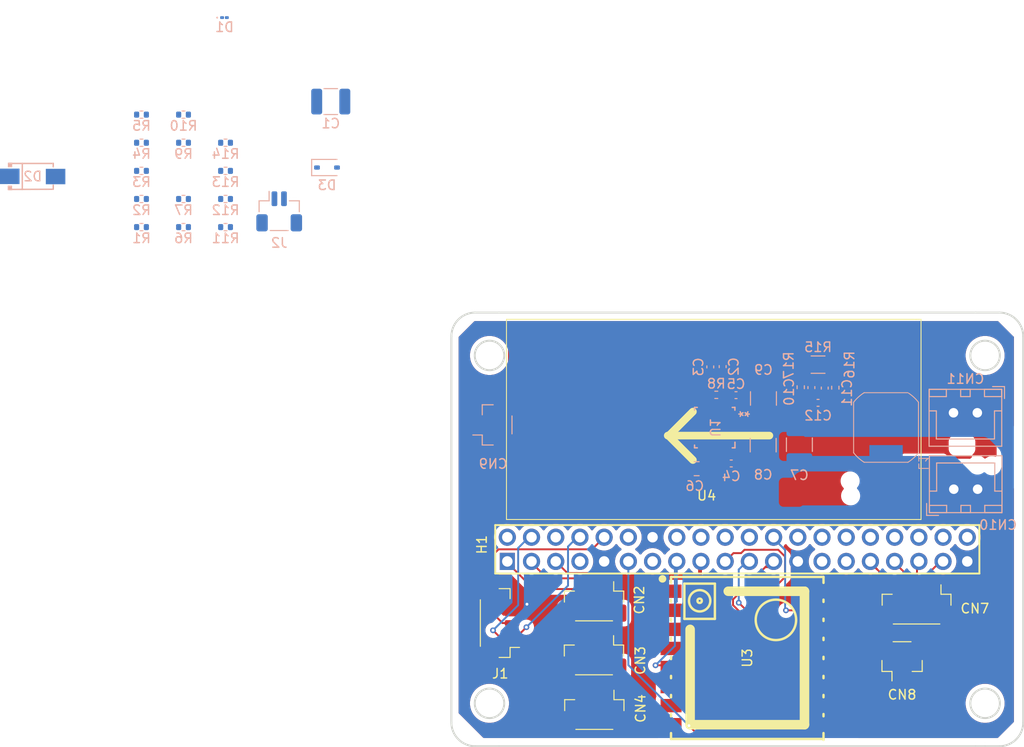
<source format=kicad_pcb>
(kicad_pcb (version 20241229) (generator "pcbnew") (generator_version "9.0")
  (layers (0 "F.Cu" signal "Top Layer") (2 "B.Cu" signal "Bottom Layer") (13 "F.Paste" user "Top Paste Mask Layer") (15 "B.Paste" user "Bottom Paste Mask Layer") (5 "F.SilkS" user "Top Silkscreen Layer") (7 "B.SilkS" user "Bottom Silkscreen Layer") (1 "F.Mask" user "Top Solder Mask Layer") (3 "B.Mask" user "Bottom Solder Mask Layer") (25 "Edge.Cuts" user "Multi-Layer"))
  (net 0 "")
  (net 1 "BATT-")
  (net 2 "Net-(J1-Pin_1)")
  (net 3 "Net-(CN2-Pad2)")
  (net 4 "Net-(CN2-Pad3)")
  (net 5 "Net-(CN7-Pad4)")
  (net 6 "Net-(CN7-Pad5)")
  (net 7 "Net-(CN7-Pad3)")
  (net 8 "Net-(CN7-Pad2)")
  (net 9 "Net-(CN8-Pad2)")
  (net 10 "PULLUP")
  (net 11 "BATT+")
  (net 12 "CSINN")
  (net 13 "Net-(J1-Pin_3)")
  (net 14 "Net-(J1-Pin_2)")
  (net 15 "Net-(D2-K)")
  (net 24 "Net-(U3-MOSI)")
  (net 25 "Net-(U3-NSS)")
  (net 30 "Net-(U3-DIO0)")
  (net 31 "Net-(U3-SCK)")
  (net 34 "SYS")
  (net 35 "Net-(U3-MISO)")
  (net 36 "Net-(CN2-Pad4)")
  (net 37 "Net-(U3-3.3V)")
  (net 50 "STAT")
  (net 51 "CHGIN")
  (net 52 "Net-(U1-VSET)")
  (net 53 "Net-(U1-BST2)")
  (net 54 "Net-(U1-OTGEN)")
  (net 55 "Net-(U1-SDA)")
  (net 56 "Net-(U1-CNFG)")
  (net 57 "Net-(U1-INTB)")
  (net 58 "Net-(U1-INOKB)")
  (net 59 "Net-(U1-LX2)")
  (net 60 "Net-(U1-SCL)")
  (net 61 "Net-(J2-Pin_2)")
  (net 62 "Net-(U1-INLIM)")
  (net 63 "Net-(U1-LX1)")
  (net 64 "Net-(U1-DISQBAT)")
  (net 65 "Net-(D3-K)")
  (net 66 "Net-(U1-STBY)")
  (net 67 "Net-(U1-ITO)")
  (net 68 "Net-(U1-BST1)")
  (net 69 "CSINP")
  (net 70 "Net-(U1-ISET)")
  (net 71 "Net-(D1-K)")
  (net 72 "Net-(U4-OUT+)")
  (net 73 "Net-(CN11-Pad2)")
  (net 74 "PGND")
  (footprint "Connector_JST:JST_SH_BM04B-SRSS-TB_1x04-1MP_P1.00mm_Vertical" (layer "F.Cu") (at 137.24 116.925 180)
    (property "Reference" "CN4")
    (property "Value" "B04B-XNISK-A-1(LF)(SN)")
  )
  (footprint "Connector_JST:JST_SH_BM04B-SRSS-TB_1x04-1MP_P1.00mm_Vertical" (layer "F.Cu") (at 137.21 105.535 180)
    (property "Reference" "CN2")
    (property "Value" "B04B-XNISK-A-1(LF)(SN)")
  )
  (footprint "Connector_JST:JST_SH_BM05B-SRSS-TB_1x05-1MP_P1.00mm_Vertical" (layer "F.Cu") (at 127.29 107.775 90)
    (property "Reference" "J1")
    (property "Value" "Conn_01x05_Pin")
  )
  (footprint "ProDoc_Board1_2025-09-03:HDR-TH_40P-P2.54-V-M-R2-C20-S2.54" (layer "F.Cu") (at 152.24 100.04)
    (property "Reference" "H1")
    (property "Value" "2.54mm 2*20P直排针")
  )
  (footprint "Connector_JST:JST_SH_BM05B-SRSS-TB_1x05-1MP_P1.00mm_Vertical" (layer "F.Cu") (at 171.05 105.865 180)
    (property "Reference" "CN7")
    (property "Value" "XH2.54-5PIN")
  )
  (footprint "ProDoc_Board1_2025-09-03:COMM-SMD_MINI5605V5A" (layer "F.Cu") (at 156.02 87.91 180)
    (property "Reference" "U4")
    (property "Value" "XL 4005" (hide yes))
  )
  (footprint "Connector_JST:JST_SH_BM02B-SRSS-TB_1x02-1MP_P1.00mm_Vertical" (layer "F.Cu") (at 169.53 111.745)
    (property "Reference" "CN8")
    (property "Value" "A2502-WV02")
  )
  (footprint "Connector_JST:JST_SH_BM04B-SRSS-TB_1x04-1MP_P1.00mm_Vertical" (layer "F.Cu") (at 137.2 111.195 180)
    (property "Reference" "CN3")
    (property "Value" "B04B-XNISK-A-1(LF)(SN)")
  )
  (footprint "ProDoc_Board1_2025-09-03:WIRELM-SMD_RA-02-BL" (layer "F.Cu") (at 153.29 111.44 -90)
    (property "Reference" "U3")
    (property "Value" "Ra-02")
  )
  (footprint "Capacitor_SMD:C_1210_3225Metric" (layer "B.Cu") (at 109.585 53.06175)
    (property "Reference" "C1")
    (property "Value" "C_STAT")
  )
  (footprint "Diode_SMD:D_01005_0402Metric" (layer "B.Cu") (at 98.43 44.25175)
    (property "Reference" "D1")
    (property "Value" "LED")
  )
  (footprint "Resistor_SMD:R_0402_1005Metric" (layer "B.Cu") (at 89.725 66.23175)
    (property "Reference" "R1")
    (property "Value" "R_OTGEN")
  )
  (footprint "Resistor_SMD:R_0402_1005Metric" (layer "B.Cu") (at 98.545 66.23175)
    (property "Reference" "R11")
    (property "Value" "R_VSET")
  )
  (footprint "Capacitor_SMD:C_0402_1005Metric" (layer "B.Cu") (at 150.705 80.87175 90)
    (property "Reference" "C2")
    (property "Value" "C_PVL")
  )
  (footprint "Capacitor_SMD:C_1210_3225Metric" (layer "B.Cu") (at 154.955 89.11175 90)
    (property "Reference" "C8")
    (property "Value" "C_OUT2")
  )
  (footprint "Capacitor_SMD:C_0805_2012Metric" (layer "B.Cu") (at 147.975 91.58175 180)
    (property "Reference" "C6")
    (property "Value" "C_BATT")
  )
  (footprint "ProDoc_Board1_2025-09-03:MAX77961" (layer "B.Cu") (at 149.875199 87.271451 90)
    (property "Reference" "U1")
    (property "Value" "MAX77961EFV06+")
  )
  (footprint "Capacitor_SMD:C_0402_1005Metric" (layer "B.Cu") (at 160.015 83.07175 90)
    (property "Reference" "C10")
    (property "Value" "C_CSINN")
  )
  (footprint "Resistor_SMD:R_0402_1005Metric" (layer "B.Cu") (at 94.135 54.43175)
    (property "Reference" "R10")
    (property "Value" "R_ITO")
  )
  (footprint "Connector_JST:JST_SH_BM02B-SRSS-TB_1x02-1MP_P1.00mm_Vertical" (layer "B.Cu") (at 104.175 64.58175)
    (property "Reference" "J2")
    (property "Value" "Conn_01x02_Pin")
  )
  (footprint "Resistor_SMD:R_0402_1005Metric" (layer "B.Cu") (at 150.035 83.83175 180)
    (property "Reference" "R8")
    (property "Value" "R_PVL")
  )
  (footprint "Capacitor_SMD:C_0402_1005Metric" (layer "B.Cu") (at 160.715 84.67175 180)
    (property "Reference" "C12")
    (property "Value" "C_DIFF")
  )
  (footprint "Resistor_SMD:R_0402_1005Metric" (layer "B.Cu") (at 98.545 60.33175)
    (property "Reference" "R13")
    (property "Value" "R_SDA")
  )
  (footprint "Resistor_SMD:R_0402_1005Metric" (layer "B.Cu") (at 94.135 63.28175)
    (property "Reference" "R7")
    (property "Value" "R_STAT")
  )
  (footprint "Resistor_SMD:R_0402_1005Metric" (layer "B.Cu") (at 94.135 57.38175)
    (property "Reference" "R9")
    (property "Value" "R_INLIM")
  )
  (footprint "Capacitor_SMD:C_1210_3225Metric" (layer "B.Cu") (at 158.755 89.06175 90)
    (property "Reference" "C7")
    (property "Value" "C_OUT1")
  )
  (footprint "Capacitor_SMD:C_0402_1005Metric" (layer "B.Cu") (at 149.405 80.90175 90)
    (property "Reference" "C3")
    (property "Value" "C_AVL")
  )
  (footprint "Capacitor_SMD:C_0402_1005Metric" (layer "B.Cu") (at 161.415 83.12175 -90)
    (property "Reference" "C11")
    (property "Value" "C_CINP")
  )
  (footprint "ProDoc_Board1_2025-09-03:CMLE063T-2R2MS" (layer "B.Cu") (at 171.245 90.90675 90)
    (property "Reference" "L1")
    (property "Value" "L")
  )
  (footprint "Capacitor_SMD:C_0402_1005Metric" (layer "B.Cu") (at 152.105 83.86175 180)
    (property "Reference" "C5")
    (property "Value" "C_BST1")
  )
  (footprint "Resistor_SMD:R_0402_1005Metric" (layer "B.Cu") (at 89.725 63.28175)
    (property "Reference" "R2")
    (property "Value" "R_DISQBAT")
  )
  (footprint "Resistor_SMD:R_0402_1005Metric" (layer "B.Cu") (at 158.895 83.03175 90)
    (property "Reference" "R17")
    (property "Value" "R_CINN")
  )
  (footprint "Capacitor_SMD:C_0402_1005Metric" (layer "B.Cu") (at 151.605 91.03175 180)
    (property "Reference" "C4")
    (property "Value" "C_BST2")
  )
  (footprint "Capacitor_SMD:C_1210_3225Metric" (layer "B.Cu") (at 154.985 84.21175 -90)
    (property "Reference" "C9")
    (property "Value" "C_CHGIN")
  )
  (footprint "Resistor_SMD:R_0402_1005Metric" (layer "B.Cu") (at 89.725 57.38175)
    (property "Reference" "R4")
    (property "Value" "R_TB")
  )
  (footprint "Resistor_SMD:R_0402_1005Metric" (layer "B.Cu") (at 94.135 66.23175)
    (property "Reference" "R6")
    (property "Value" "R_INOKB")
  )
  (footprint "Resistor_SMD:R_0402_1005Metric" (layer "B.Cu") (at 98.545 57.38175)
    (property "Reference" "R14")
    (property "Value" "R_SCL")
  )
  (footprint "Diode_SMD:D_SOD-323" (layer "B.Cu") (at 109.19 59.98175)
    (property "Reference" "D3")
    (property "Value" "D_Schottky_Small")
  )
  (footprint "Resistor_SMD:R_0402_1005Metric" (layer "B.Cu") (at 162.525 83.08175 90)
    (property "Reference" "R16")
    (property "Value" "R_CSINP")
  )
  (footprint "Connector_JST:JST_XH_B2B-XH-A_1x02_P2.50mm_Vertical" (layer "B.Cu") (at 174.955 93.73175)
    (property "Reference" "CN10")
    (property "Value" "BATT")
  )
  (footprint "Resistor_SMD:R_0402_1005Metric" (layer "B.Cu") (at 89.725 54.43175)
    (property "Reference" "R5")
    (property "Value" "R_ISET")
  )
  (footprint "Resistor_SMD:R_1206_3216Metric" (layer "B.Cu") (at 160.715 80.66175 180)
    (property "Reference" "R15")
    (property "Value" "R_SENSE")
  )
  (footprint "Connector_JST:JST_XH_B2B-XH-A_1x02_P2.50mm_Vertical" (layer "B.Cu") (at 177.425 85.715 180)
    (property "Reference" "CN11")
    (property "Value" "CHGIN")
  )
  (footprint "Resistor_SMD:R_0402_1005Metric" (layer "B.Cu") (at 98.545 63.28175)
    (property "Reference" "R12")
    (property "Value" "R_INTB")
  )
  (footprint "Connector_JST:JST_SH_BM02B-SRSS-TB_1x02-1MP_P1.00mm_Vertical" (layer "B.Cu") (at 126.59 86.985 90)
    (property "Reference" "CN9")
    (property "Value" "A2502-WV02")
  )
  (footprint "Resistor_SMD:R_0402_1005Metric" (layer "B.Cu") (at 89.725 60.33175)
    (property "Reference" "R3")
    (property "Value" "R_STBY")
  )
  (footprint "ProDoc_Board1_2025-09-03:SMA_L4.3-W2.6-LS5.0-RD" (layer "B.Cu") (at 78.30725 60.91675)
    (property "Reference" "D2")
    (property "Value" "SS510")
  )
  (gr_line (start 127.240002 75.199999) (end 124.740001 75.199999) (stroke (width 0.2)) (layer "Edge.Cuts"))
  (gr_circle (center 126.239998 79.7) (end 127.789998 79.7) (stroke (width 0.2)) (fill no) (layer "Edge.Cuts"))
  (gr_line (start 179.740002 75.199999) (end 177.240001 75.199999) (stroke (width 0.2)) (layer "Edge.Cuts"))
  (gr_line (start 122.24 77.699998) (end 122.24 118.199997) (stroke (width 0.2)) (layer "Edge.Cuts"))
  (gr_line (start 124.739998 120.699998) (end 127.240002 120.699999) (stroke (width 0.2)) (layer "Edge.Cuts"))
  (gr_arc (start 124.739998 120.699998) (mid 122.972232 119.967764) (end 122.24 118.199997) (stroke (width 0.2)) (layer "Edge.Cuts"))
  (gr_circle (center 178.240004 116.199999) (end 179.790004 116.199999) (stroke (width 0.2)) (fill no) (layer "Edge.Cuts"))
  (gr_line (start 182.240002 118.199999) (end 182.240002 77.699999) (stroke (width 0.2)) (layer "Edge.Cuts"))
  (gr_circle (center 126.239998 116.199999) (end 127.789998 116.199999) (stroke (width 0.2)) (fill no) (layer "Edge.Cuts"))
  (gr_line (start 127.240002 120.699999) (end 177.240001 120.699999) (stroke (width 0.2)) (layer "Edge.Cuts"))
  (gr_arc (start 122.24 77.699998) (mid 122.972234 75.932231) (end 124.740001 75.199999) (stroke (width 0.2)) (layer "Edge.Cuts"))
  (gr_arc (start 179.740002 75.199999) (mid 181.507769 75.932232) (end 182.240002 77.699999) (stroke (width 0.2)) (layer "Edge.Cuts"))
  (gr_line (start 178.240004 120.699999) (end 179.740003 120.699999) (stroke (width 0.2)) (layer "Edge.Cuts"))
  (gr_line (start 177.240001 75.199999) (end 127.240002 75.199999) (stroke (width 0.2)) (layer "Edge.Cuts"))
  (gr_circle (center 178.240004 79.7) (end 179.790004 79.7) (stroke (width 0.2)) (fill no) (layer "Edge.Cuts"))
  (gr_line (start 177.240001 120.699999) (end 178.240004 120.699999) (stroke (width 0.2)) (layer "Edge.Cuts"))
  (gr_arc (start 182.240002 118.199999) (mid 181.507769 119.967766) (end 179.740003 120.699999) (stroke (width 0.2)) (layer "Edge.Cuts"))
  (via (at 130.17 105.8) (size 0.6) (drill 0.3) (layers "F.Cu" "B.Cu") (net 1))
  (segment (start 128.615 109.775) (end 127.845 109.775) (width 0.2) (layer "F.Cu") (net 2))
  (segment (start 127.845 109.775) (end 126.61 108.54) (width 0.2) (layer "F.Cu") (net 2))
  (via (at 126.61 108.54) (size 0.6) (drill 0.3) (layers "F.Cu" "B.Cu") (net 2))
  (segment (start 130.52 98.77) (end 130.45 98.7) (width 0.2) (layer "B.Cu") (net 2))
  (segment (start 129.249 99.901) (end 129.249 105.901) (width 0.2) (layer "B.Cu") (net 2))
  (segment (start 129.249 105.901) (end 126.61 108.54) (width 0.2) (layer "B.Cu") (net 2))
  (segment (start 130.65 98.77) (end 130.52 98.77) (width 0.2) (layer "B.Cu") (net 2))
  (segment (start 130.45 98.7) (end 129.249 99.901) (width 0.2) (layer "B.Cu") (net 2))
  (segment (start 134.4068 102.5268) (end 133.19 101.31) (width 0.2) (layer "F.Cu") (net 3))
  (segment (start 137.71 104.21) (end 137.71 103.8763) (width 0.2) (layer "F.Cu") (net 3))
  (segment (start 137.71 103.672) (end 136.5648 102.5268) (width 0.2) (layer "F.Cu") (net 3))
  (segment (start 137.71 109.87) (end 137.74 109.9) (width 0.2) (layer "F.Cu") (net 3))
  (segment (start 137.71 104.21) (end 137.71 103.8763) (width 0.2) (layer "F.Cu") (net 3))
  (segment (start 136.5648 102.5268) (end 134.4068 102.5268) (width 0.2) (layer "F.Cu") (net 3))
  (segment (start 137.7 109.87) (end 137.71 109.87) (width 0.2) (layer "F.Cu") (net 3))
  (segment (start 137.71 109.87) (end 137.71 104.21) (width 0.2) (layer "F.Cu") (net 3))
  (segment (start 137.71 103.793) (end 137.71 103.672) (width 0.2) (layer "F.Cu") (net 3))
  (segment (start 137.74 109.9) (end 137.74 115.6) (width 0.2) (layer "F.Cu") (net 3))
  (segment (start 137.71 103.8763) (end 137.71 103.793) (width 0.2) (layer "F.Cu") (net 3))
  (segment (start 137.71 103.8763) (end 137.71 103.793) (width 0.2) (layer "F.Cu") (net 3))
  (segment (start 136.71 104.21) (end 136.71 103.7638) (width 0.2) (layer "F.Cu") (net 4))
  (segment (start 132.2928 103.0828) (end 131.651 102.441) (width 0.2) (layer "F.Cu") (net 4))
  (segment (start 136.71 109.87) (end 136.74 109.9) (width 0.2) (layer "F.Cu") (net 4))
  (segment (start 131.651 102.441) (end 131.0505 101.8405) (width 0.2) (layer "F.Cu") (net 4))
  (segment (start 136.71 109.87) (end 136.71 106.9703) (width 0.2) (layer "F.Cu") (net 4))
  (segment (start 136.7 109.87) (end 136.71 109.87) (width 0.2) (layer "F.Cu") (net 4))
  (segment (start 136.71 105.5901) (end 136.71 104.21) (width 0.2) (layer "F.Cu") (net 4))
  (segment (start 136.74 109.9) (end 136.74 115.6) (width 0.2) (layer "F.Cu") (net 4))
  (segment (start 136.71 103.7638) (end 136.029 103.0828) (width 0.2) (layer "F.Cu") (net 4))
  (segment (start 131.0505 101.8405) (end 130.65 101.44) (width 0.2) (layer "F.Cu") (net 4))
  (segment (start 136.71 106.9703) (end 136.71 105.5901) (width 0.2) (layer "F.Cu") (net 4))
  (segment (start 136.029 103.0828) (end 132.2928 103.0828) (width 0.2) (layer "F.Cu") (net 4))
  (segment (start 130.65 101.44) (end 130.65 101.31) (width 0.2) (layer "F.Cu") (net 4))
  (segment (start 131.0505 101.8405) (end 130.45 101.24) (width 0.2) (layer "F.Cu") (net 4))
  (segment (start 169.3 101.99) (end 168.75 101.44) (width 0.2) (layer "F.Cu") (net 5))
  (segment (start 168.55 101.24) (end 169.3 101.99) (width 0.2) (layer "F.Cu") (net 5))
  (segment (start 169.3 101.99) (end 170.05 102.74) (width 0.2) (layer "F.Cu") (net 5))
  (segment (start 168.75 101.44) (end 168.75 101.31) (width 0.2) (layer "F.Cu") (net 5))
  (segment (start 170.05 102.74) (end 170.05 104.54) (width 0.2) (layer "F.Cu") (net 5))
  (segment (start 169.05 104.28) (end 169.05 104.54) (width 0.2) (layer "F.Cu") (net 6))
  (segment (start 166.21 101.44) (end 166.21 101.31) (width 0.2) (layer "F.Cu") (net 6))
  (segment (start 166.88 102.11) (end 169.05 104.28) (width 0.2) (layer "F.Cu") (net 6))
  (segment (start 166.88 102.11) (end 166.21 101.44) (width 0.2) (layer "F.Cu") (net 6))
  (segment (start 166.01 101.24) (end 166.88 102.11) (width 0.2) (layer "F.Cu") (net 6))
  (segment (start 171.09 102.3686) (end 171.09 101.51) (width 0.2) (layer "F.Cu") (net 7))
  (segment (start 171.09 101.24) (end 171.09 102.3686) (width 0.2) (layer "F.Cu") (net 7))
  (segment (start 171.09 101.51) (end 171.29 101.31) (width 0.2) (layer "F.Cu") (net 7))
  (segment (start 171.09 102.3686) (end 171.09 104.5) (width 0.2) (layer "F.Cu") (net 7))
  (segment (start 171.09 104.5) (end 171.05 104.54) (width 0.2) (layer "F.Cu") (net 7))
  (segment (start 172.05 102.82) (end 172.05 104.54) (width 0.2) (layer "F.Cu") (net 8))
  (segment (start 173.7 101.31) (end 173.63 101.24) (width 0.2) (layer "F.Cu") (net 8))
  (segment (start 173.63 101.24) (end 172.05 102.82) (width 0.2) (layer "F.Cu") (net 8))
  (segment (start 173.83 101.31) (end 173.7 101.31) (width 0.2) (layer "F.Cu") (net 8))
  (segment (start 170.03 113.6019) (end 170.03 113.07) (width 0.2) (layer "F.Cu") (net 9))
  (segment (start 147.1652 118.5418) (end 148.0651 119.4417) (width 0.2) (layer "F.Cu") (net 9))
  (segment (start 164.1902 119.4417) (end 170.03 113.6019) (width 0.2) (layer "F.Cu") (net 9))
  (segment (start 148.0651 119.4417) (end 164.1902 119.4417) (width 0.2) (layer "F.Cu") (net 9))
  (via (at 147.1652 118.5418) (size 0.6) (drill 0.3) (layers "F.Cu" "B.Cu") (net 9))
  (segment (start 140.81 101.31) (end 140.81 112.1866) (width 0.2) (layer "B.Cu") (net 9))
  (segment (start 140.81 112.1866) (end 147.1652 118.5418) (width 0.2) (layer "B.Cu") (net 9))
  (segment (start 127.1899 100.04) (end 137 100.04) (width 0.2) (layer "F.Cu") (net 13))
  (segment (start 124.28 104.451) (end 124.28 103.177) (width 0.2) (layer "F.Cu") (net 13))
  (segment (start 128.615 107.775) (end 127.604 107.775) (width 0.2) (layer "F.Cu") (net 13))
  (segment (start 124.28 103.177) (end 124.28 102.9499) (width 0.2) (layer "F.Cu") (net 13))
  (segment (start 137 100.04) (end 138.27 98.77) (width 0.2) (layer "F.Cu") (net 13))
  (segment (start 127.604 107.775) (end 124.28 104.451) (width 0.2) (layer "F.Cu") (net 13))
  (segment (start 124.28 102.9499) (end 127.1899 100.04) (width 0.2) (layer "F.Cu") (net 13))
  (segment (start 128.615 108.775) (end 129.552 108.775) (width 0.2) (layer "F.Cu") (net 14))
  (segment (start 129.902 108.425) (end 130.112 108.215) (width 0.2) (layer "F.Cu") (net 14))
  (segment (start 129.552 108.775) (end 129.902 108.425) (width 0.2) (layer "F.Cu") (net 14))
  (via (at 130.112 108.215) (size 0.6) (drill 0.3) (layers "F.Cu" "B.Cu") (net 14))
  (segment (start 135.53 98.7) (end 135.6 98.77) (width 0.2) (layer "B.Cu") (net 14))
  (segment (start 134.48 103.847) (end 134.48 99.75) (width 0.2) (layer "B.Cu") (net 14))
  (segment (start 130.112 108.215) (end 134.48 103.847) (width 0.2) (layer "B.Cu") (net 14))
  (segment (start 134.48 99.75) (end 135.53 98.7) (width 0.2) (layer "B.Cu") (net 14))
  (segment (start 135.6 98.77) (end 135.73 98.77) (width 0.2) (layer "B.Cu") (net 14))
  (segment (start 157.84 108.44) (end 161.29 108.44) (width 0.2) (layer "F.Cu") (net 24))
  (segment (start 157.2517 100.8048) (end 157.2517 102.9443) (width 0.2) (layer "F.Cu") (net 24))
  (segment (start 155.375 105.975) (end 157.84 108.44) (width 0.2) (layer "F.Cu") (net 24))
  (segment (start 155.375 104.821) (end 155.375 105.975) (width 0.2) (layer "F.Cu") (net 24))
  (segment (start 157.1883 103.0077) (end 157.1218 103.0742) (width 0.2) (layer "F.Cu") (net 24))
  (segment (start 157.2517 102.9443) (end 157.1883 103.0077) (width 0.2) (layer "F.Cu") (net 24))
  (segment (start 156.5369 100.09) (end 157.2517 100.8048) (width 0.2) (layer "F.Cu") (net 24))
  (segment (start 157.1218 103.0742) (end 155.375 104.821) (width 0.2) (layer "F.Cu") (net 24))
  (segment (start 152.6378 100.4402) (end 152.988 100.09) (width 0.2) (layer "F.Cu") (net 24))
  (segment (start 152.988 100.09) (end 156.5369 100.09) (width 0.2) (layer "F.Cu") (net 24))
  (segment (start 151.8398 100.4402) (end 152.6378 100.4402) (width 0.2) (layer "F.Cu") (net 24))
  (segment (start 157.1883 103.0077) (end 157.1882 103.0077) (width 0.2) (layer "F.Cu") (net 24))
  (segment (start 150.97 101.31) (end 151.8398 100.4402) (width 0.2) (layer "F.Cu") (net 24))
  (segment (start 161.29 106.442) (end 160.589 106.442) (width 0.2) (layer "F.Cu") (net 25))
  (segment (start 160.589 106.442) (end 159.888 106.442) (width 0.2) (layer "F.Cu") (net 25))
  (segment (start 159.888 106.442) (end 157.347 106.442) (width 0.2) (layer "F.Cu") (net 25))
  (segment (start 160.589 106.442) (end 161.2895 106.442) (width 0.2) (layer "F.Cu") (net 25))
  (segment (start 161.2895 106.442) (end 161.29 106.4415) (width 0.2) (layer "F.Cu") (net 25))
  (segment (start 161.29 106.442) (end 160.589 106.442) (width 0.2) (layer "F.Cu") (net 25))
  (segment (start 160.589 106.442) (end 159.888 106.442) (width 0.2) (layer "F.Cu") (net 25))
  (via (at 157.347 106.442) (size 0.6) (drill 0.3) (layers "F.Cu" "B.Cu") (net 25))
  (segment (start 157.26 106.355) (end 157.347 106.442) (width 0.2) (layer "B.Cu") (net 25))
  (segment (start 156.4505 99.3005) (end 157.26 100.11) (width 0.2) (layer "B.Cu") (net 25))
  (segment (start 156.4505 99.3005) (end 156.05 98.9) (width 0.2) (layer "B.Cu") (net 25))
  (segment (start 156.05 98.9) (end 156.05 98.77) (width 0.2) (layer "B.Cu") (net 25))
  (segment (start 155.85 98.7) (end 156.4505 99.3005) (width 0.2) (layer "B.Cu") (net 25))
  (segment (start 157.26 100.11) (end 157.26 106.355) (width 0.2) (layer "B.Cu") (net 25))
  (segment (start 143.66 112.208) (end 145.058 112.208) (width 0.2) (layer "F.Cu") (net 30))
  (segment (start 145.058 112.208) (end 145.29 112.44) (width 0.2) (layer "F.Cu") (net 30))
  (via (at 143.66 112.208) (size 0.6) (drill 0.3) (layers "F.Cu" "B.Cu") (net 30))
  (segment (start 145.69 105.709) (end 145.89 105.509) (width 0.2) (layer "B.Cu") (net 30))
  (segment (start 145.89 105.509) (end 145.89 101.31) (width 0.2) (layer "B.Cu") (net 30))
  (segment (start 145.69 101.24) (end 145.69 105.709) (width 0.2) (layer "B.Cu") (net 30))
  (segment (start 145.69 110.178) (end 143.66 112.208) (width 0.2) (layer "B.Cu") (net 30))
  (segment (start 145.69 105.709) (end 145.69 110.178) (width 0.2) (layer "B.Cu") (net 30))
  (segment (start 143.65 112.198) (end 143.66 112.208) (width 0.2) (layer "B.Cu") (net 30))
  (segment (start 158.339 112.44) (end 161.29 112.44) (width 0.2) (layer "F.Cu") (net 31))
  (segment (start 155.85 101.24) (end 155.18 101.91) (width 0.2) (layer "F.Cu") (net 31))
  (segment (start 151.792 105.298) (end 151.792 105.893) (width 0.2) (layer "F.Cu") (net 31))
  (segment (start 155.45 101.91) (end 156.05 101.31) (width 0.2) (layer "F.Cu") (net 31))
  (segment (start 151.792 105.893) (end 158.339 112.44) (width 0.2) (layer "F.Cu") (net 31))
  (segment (start 155.18 101.91) (end 155.45 101.91) (width 0.2) (layer "F.Cu") (net 31))
  (segment (start 155.18 101.91) (end 151.792 105.298) (width 0.2) (layer "F.Cu") (net 31))
  (segment (start 157.189 110.44) (end 152.393 105.644) (width 0.2) (layer "F.Cu") (net 35))
  (segment (start 161.29 110.44) (end 157.189 110.44) (width 0.2) (layer "F.Cu") (net 35))
  (via (at 152.393 105.644) (size 0.6) (drill 0.3) (layers "F.Cu" "B.Cu") (net 35))
  (segment (start 153.31 101.24) (end 152.393 102.157) (width 0.2) (layer "B.Cu") (net 35))
  (segment (start 153.38 101.31) (end 153.31 101.24) (width 0.2) (layer "B.Cu") (net 35))
  (segment (start 152.393 105.57) (end 152.393 105.644) (width 0.2) (layer "B.Cu") (net 35))
  (segment (start 153.51 101.31) (end 153.38 101.31) (width 0.2) (layer "B.Cu") (net 35))
  (segment (start 152.393 102.157) (end 152.393 105.57) (width 0.2) (layer "B.Cu") (net 35))
  (segment (start 135.7 109.87) (end 135.7 115.56) (width 0.2) (layer "F.Cu") (net 36))
  (segment (start 128.11 101.44) (end 128.11 101.31) (width 0.2) (layer "F.Cu") (net 36))
  (segment (start 130.88 104.21) (end 135.71 104.21) (width 0.2) (layer "F.Cu") (net 36))
  (segment (start 135.71 104.21) (end 135.71 109.86) (width 0.2) (layer "F.Cu") (net 36))
  (segment (start 128.78 102.11) (end 130.88 104.21) (width 0.2) (layer "F.Cu") (net 36))
  (segment (start 135.7 115.56) (end 135.74 115.6) (width 0.2) (layer "F.Cu") (net 36))
  (segment (start 128.78 102.11) (end 128.11 101.44) (width 0.2) (layer "F.Cu") (net 36))
  (segment (start 127.91 101.24) (end 128.78 102.11) (width 0.2) (layer "F.Cu") (net 36))
  (segment (start 135.71 109.86) (end 135.7 109.87) (width 0.2) (layer "F.Cu") (net 36))
  (segment (start 148.69 101.31) (end 148.73 101.27) (width 0.2) (layer "F.Cu") (net 37))
  (segment (start 148.43 101.31) (end 148.69 101.31) (width 0.2) (layer "F.Cu") (net 37))
  (segment (start 148.87 101.27) (end 148.73 101.27) (width 0.2) (layer "F.Cu") (net 37))
  (segment (start 148.23 101.24) (end 148.23 103.571) (width 0.2) (layer "F.Cu") (net 37))
  (segment (start 145.692 108.44) (end 145.29 108.44) (width 0.2) (layer "F.Cu") (net 37))
  (segment (start 148.23 103.571) (end 148.23 105.902) (width 0.2) (layer "F.Cu") (net 37))
  (segment (start 148.23 105.902) (end 145.692 108.44) (width 0.2) (layer "F.Cu") (net 37))
  (segment (start 148.43 103.371) (end 148.43 101.31) (width 0.2) (layer "F.Cu") (net 37))
  (segment (start 148.23 103.571) (end 148.43 103.371) (width 0.2) (layer "F.Cu") (net 37))
  (segment (start 128.11 98.77) (end 128 98.77) (width 0.2) (layer "F.Cu") (net 72))
  (zone (net 1) (net_name "BATT-") (layers "F.Cu" "B.Cu") (connect_pads yes (clearance 0.5)) (min_thickness 0.25) (fill yes (thermal_gap 0.5) (thermal_bridge_width 0.5))
    (polygon (pts (xy 124.67 76.09) (xy 179.59 76.09) (xy 181.17 77.67) (xy 181.26 77.67) (xy 181.26 118.15) (xy 179.57 119.84) (xy 125.61 119.84) (xy 123 117.23) (xy 123 77.76)))
  )
)
</source>
